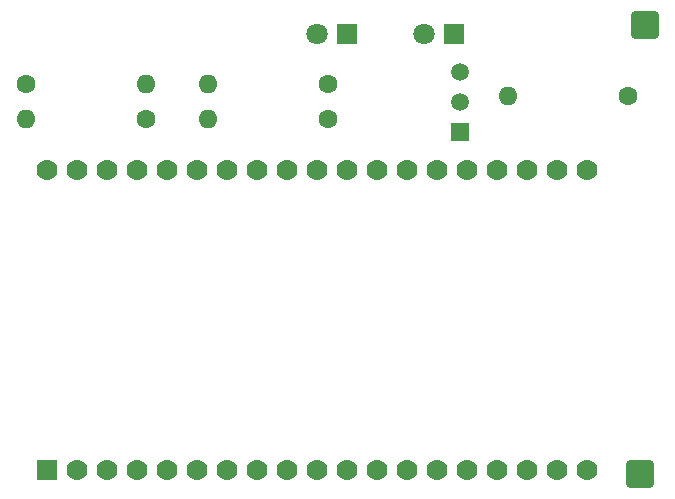
<source format=gbr>
%TF.GenerationSoftware,KiCad,Pcbnew,7.0.8*%
%TF.CreationDate,2024-04-25T10:28:09-06:00*%
%TF.ProjectId,ProtoBadge,50726f74-6f42-4616-9467-652e6b696361,rev?*%
%TF.SameCoordinates,Original*%
%TF.FileFunction,Soldermask,Top*%
%TF.FilePolarity,Negative*%
%FSLAX46Y46*%
G04 Gerber Fmt 4.6, Leading zero omitted, Abs format (unit mm)*
G04 Created by KiCad (PCBNEW 7.0.8) date 2024-04-25 10:28:09*
%MOMM*%
%LPD*%
G01*
G04 APERTURE LIST*
G04 Aperture macros list*
%AMRoundRect*
0 Rectangle with rounded corners*
0 $1 Rounding radius*
0 $2 $3 $4 $5 $6 $7 $8 $9 X,Y pos of 4 corners*
0 Add a 4 corners polygon primitive as box body*
4,1,4,$2,$3,$4,$5,$6,$7,$8,$9,$2,$3,0*
0 Add four circle primitives for the rounded corners*
1,1,$1+$1,$2,$3*
1,1,$1+$1,$4,$5*
1,1,$1+$1,$6,$7*
1,1,$1+$1,$8,$9*
0 Add four rect primitives between the rounded corners*
20,1,$1+$1,$2,$3,$4,$5,0*
20,1,$1+$1,$4,$5,$6,$7,0*
20,1,$1+$1,$6,$7,$8,$9,0*
20,1,$1+$1,$8,$9,$2,$3,0*%
G04 Aperture macros list end*
%ADD10RoundRect,0.250001X-0.899999X-0.899999X0.899999X-0.899999X0.899999X0.899999X-0.899999X0.899999X0*%
%ADD11R,1.800000X1.800000*%
%ADD12C,1.800000*%
%ADD13R,1.500000X1.500000*%
%ADD14C,1.500000*%
%ADD15RoundRect,0.102000X0.780000X-0.780000X0.780000X0.780000X-0.780000X0.780000X-0.780000X-0.780000X0*%
%ADD16C,1.764000*%
%ADD17O,1.600000X1.600000*%
%ADD18C,1.600000*%
G04 APERTURE END LIST*
D10*
%TO.C,J2*%
X104000000Y-131000000D03*
%TD*%
%TO.C,J1*%
X104470519Y-93019691D03*
%TD*%
D11*
%TO.C,D1*%
X88275000Y-93750000D03*
D12*
X85735000Y-93750000D03*
%TD*%
D13*
%TO.C,Q1*%
X88812302Y-102076692D03*
D14*
X88812302Y-99536692D03*
X88812302Y-96996692D03*
%TD*%
D15*
%TO.C,U1*%
X53840000Y-130700000D03*
D16*
X56380000Y-130700000D03*
X99560000Y-130700000D03*
X58920000Y-130700000D03*
X61460000Y-130700000D03*
X64000000Y-130700000D03*
X66540000Y-130700000D03*
X69080000Y-130700000D03*
X71620000Y-130700000D03*
X74160000Y-130700000D03*
X76700000Y-130700000D03*
X79240000Y-130700000D03*
X81780000Y-130700000D03*
X84320000Y-130700000D03*
X86860000Y-130700000D03*
X89400000Y-130700000D03*
X91940000Y-130700000D03*
X94480000Y-130700000D03*
X97020000Y-130700000D03*
X53840000Y-105300000D03*
X56380000Y-105300000D03*
X58920000Y-105300000D03*
X61460000Y-105300000D03*
X64000000Y-105300000D03*
X66540000Y-105300000D03*
X69080000Y-105300000D03*
X71620000Y-105300000D03*
X74160000Y-105300000D03*
X76700000Y-105300000D03*
X79240000Y-105300000D03*
X81780000Y-105300000D03*
X84320000Y-105300000D03*
X86860000Y-105300000D03*
X89400000Y-105300000D03*
X91940000Y-105300000D03*
X94480000Y-105300000D03*
X97020000Y-105300000D03*
X99560000Y-105300000D03*
%TD*%
D17*
%TO.C,R5*%
X67482395Y-98011335D03*
D18*
X77642395Y-98011335D03*
%TD*%
D17*
%TO.C,R4*%
X67482395Y-101011335D03*
D18*
X77642395Y-101011335D03*
%TD*%
D17*
%TO.C,R3*%
X92840000Y-99000000D03*
D18*
X103000000Y-99000000D03*
%TD*%
D17*
%TO.C,R2*%
X52000000Y-101000000D03*
D18*
X62160000Y-101000000D03*
%TD*%
D17*
%TO.C,R1*%
X62160000Y-98000000D03*
D18*
X52000000Y-98000000D03*
%TD*%
D11*
%TO.C,D2*%
X79250000Y-93750610D03*
D12*
X76710000Y-93750610D03*
%TD*%
M02*

</source>
